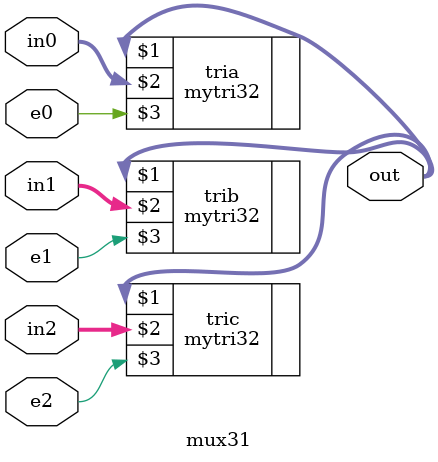
<source format=v>
module mux31(out, e0, e1, e2, 
						in0, in1, in2);

	input e0, e1, e2;
	input [31:0] in0, in1, in2;
	output [31:0] out;
	
	mytri32 tria(out, in0, e0);
	mytri32 trib(out, in1, e1);
	mytri32 tric(out, in2, e2);

endmodule 

</source>
